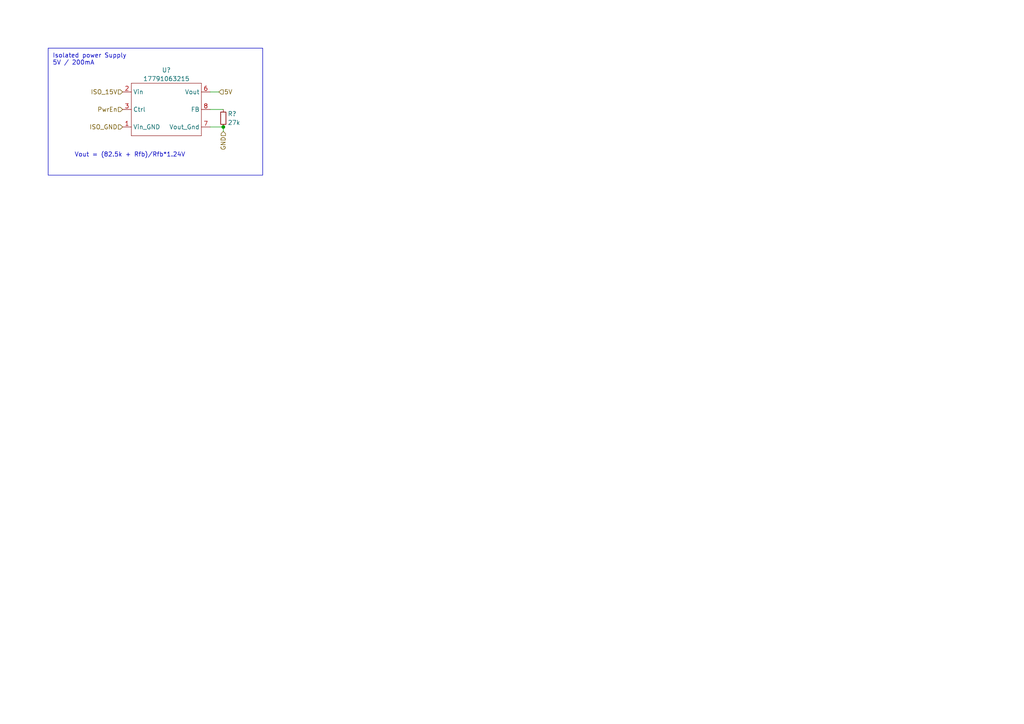
<source format=kicad_sch>
(kicad_sch (version 20230121) (generator eeschema)
  (paper "A4")
  (title_block (title "AAP Inverter") (date "2023-05-01") (company "ENSEA"))
  (lib_symbols
    (symbol "Custom:17791063215"
      (property "Reference" "U" (at 7.62 -8.89 0))
      (property "Value" "17791063215" (at 0 8.89 0))
      (symbol "17791063215_0_1"
        (polyline (pts (xy -10.16 -7.62) (xy 10.16 -7.62)) (stroke (width 0.127)))
        (polyline (pts (xy -10.16 7.62) (xy -10.16 -7.62)) (stroke (width 0.127)))
        (polyline (pts (xy 10.16 -7.62) (xy 10.16 7.62)) (stroke (width 0.127)))
        (polyline (pts (xy 10.16 7.62) (xy -10.16 7.62)) (stroke (width 0.127)))
      )
      (symbol "17791063215_1_1"
        (pin power_in line (at -12.7 -5.08 0) (length 2.54) (name "Vin_GND") (number "1"))
        (pin power_in line (at -12.7 5.08 0) (length 2.54) (name "Vin") (number "2"))
        (pin input line (at -12.7 0 0) (length 2.54) (name "Ctrl") (number "3"))
        (pin power_out line (at 12.7 5.08 180) (length 2.54) (name "Vout") (number "6"))
        (pin passive line (at 12.7 -5.08 180) (length 2.54) (name "Vout_Gnd") (number "7"))
        (pin bidirectional line (at 12.7 0 180) (length 2.54) (name "FB") (number "8"))
      )
    )
    (symbol "Device:R_Small" (pin_numbers hide) (pin_names (offset 0.254) hide)
      (property "Reference" "R" (at 0.762 0.508 0))
      (property "Value" "R_Small" (at 0.762 -1.016 0))
      (symbol "R_Small_0_1"
        (rectangle (start -0.762 1.778) (end 0.762 -1.778) (stroke (width 0.2032)))
      )
      (symbol "R_Small_1_1"
        (pin passive line (at 0 2.54 270) (length 0.762) (name "~") (number "1"))
        (pin passive line (at 0 -2.54 90) (length 0.762) (name "~") (number "2"))
      )
    )
  )
  (junction (at 64.77 36.83))
  (wire (pts (xy 60.96 26.67) (xy 63.5 26.67)))
  (wire (pts (xy 60.96 36.83) (xy 64.77 36.83)))
  (wire (pts (xy 60.96 31.75) (xy 64.77 31.75)))
  (wire (pts (xy 64.77 38.1) (xy 64.77 36.83)))
  (rectangle (start 13.97 13.97) (end 76.2 50.8))
  (text "Vout = (82.5k + Rfb)/Rfb*1.24V\n" (at 21.59 45.72 0) (effects (font (size 1.27 1.27)) (justify left bottom)))
  (text "Isolated power Supply \n5V / 200mA" (at 15.24 19.05 0) (effects (font (size 1.27 1.27)) (justify left bottom)))
  (hierarchical_label "5V" (shape input) (at 63.5 26.67 0))
  (hierarchical_label "GND" (shape input) (at 64.77 38.1 270))
  (hierarchical_label "ISO_15V" (shape input) (at 35.56 26.67 180))
  (hierarchical_label "PwrEn" (shape input) (at 35.56 31.75 180))
  (hierarchical_label "ISO_GND" (shape input) (at 35.56 36.83 180))
  (symbol (lib_id "Custom:17791063215") (at 48.26 31.75 0) (unit 1)
    (property "Reference" "U?" (at 48.26 20.32 0))
    (property "Value" "17791063215" (at 48.26 22.86 0))
    (property "Footprint" "Custom:17791063215" (effects hide))
    (property "Datasheet" "https://www.we-online.com/components/products/datasheet/17791063215.pdf" (effects hide))
    (property "Fournisseur" "Wurth" (effects hide))
    (property "MFR" "177 910 632 15" (effects hide))
    (instances (project "Inverter_KiCAD" (path "" (reference "U?") (unit 1)) (path "" (reference "U701") (unit 1))))
  )
  (symbol (lib_id "Device:R_Small") (at 64.77 34.29 0) (unit 1)
    (property "Reference" "R?" (at 66.04 33.02 0) (effects (justify left)))
    (property "Value" "27k" (at 66.04 35.56 0) (effects (justify left)))
    (property "Footprint" "Resistor_SMD:R_0402_1005Metric" (effects hide))
    (property "Fournisseur" "Stock" (effects hide))
    (instances (project "Inverter_KiCAD" (path "" (reference "R?") (unit 1)) (path "" (reference "R701") (unit 1))))
  )
)
</source>
